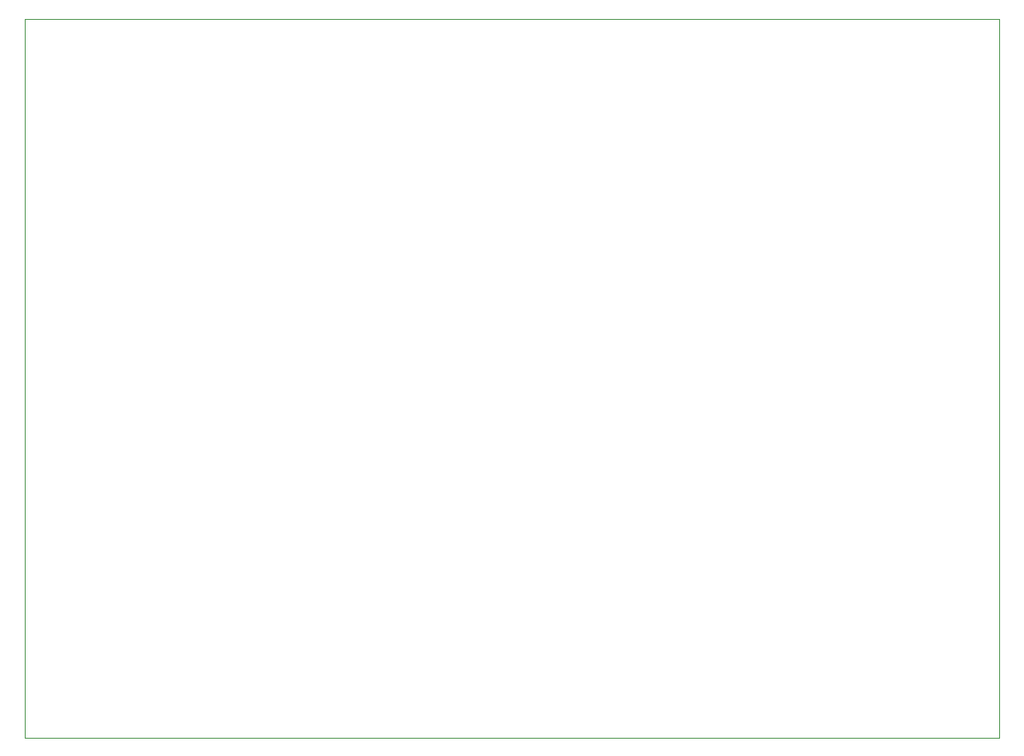
<source format=gm1>
%TF.GenerationSoftware,KiCad,Pcbnew,(6.0.8)*%
%TF.CreationDate,2023-09-29T18:08:47+09:00*%
%TF.ProjectId,AltairMD_V3,416c7461-6972-44d4-945f-56332e6b6963,rev?*%
%TF.SameCoordinates,PX4cc9b70PY8062360*%
%TF.FileFunction,Profile,NP*%
%FSLAX46Y46*%
G04 Gerber Fmt 4.6, Leading zero omitted, Abs format (unit mm)*
G04 Created by KiCad (PCBNEW (6.0.8)) date 2023-09-29 18:08:47*
%MOMM*%
%LPD*%
G01*
G04 APERTURE LIST*
%TA.AperFunction,Profile*%
%ADD10C,0.100000*%
%TD*%
G04 APERTURE END LIST*
D10*
X99822000Y0D02*
X0Y0D01*
X0Y0D02*
X0Y73660000D01*
X0Y73660000D02*
X99822000Y73660000D01*
X99822000Y73660000D02*
X99822000Y0D01*
M02*

</source>
